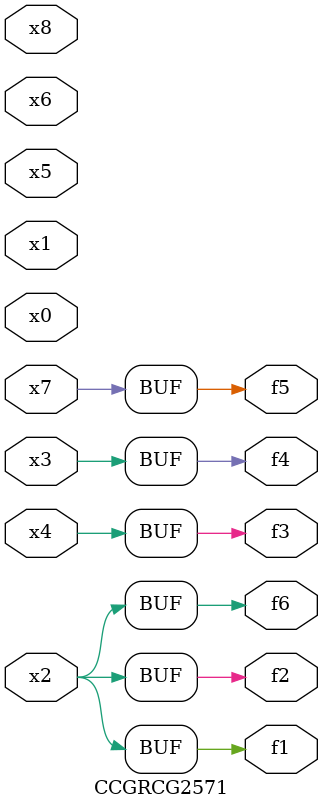
<source format=v>
module CCGRCG2571(
	input x0, x1, x2, x3, x4, x5, x6, x7, x8,
	output f1, f2, f3, f4, f5, f6
);
	assign f1 = x2;
	assign f2 = x2;
	assign f3 = x4;
	assign f4 = x3;
	assign f5 = x7;
	assign f6 = x2;
endmodule

</source>
